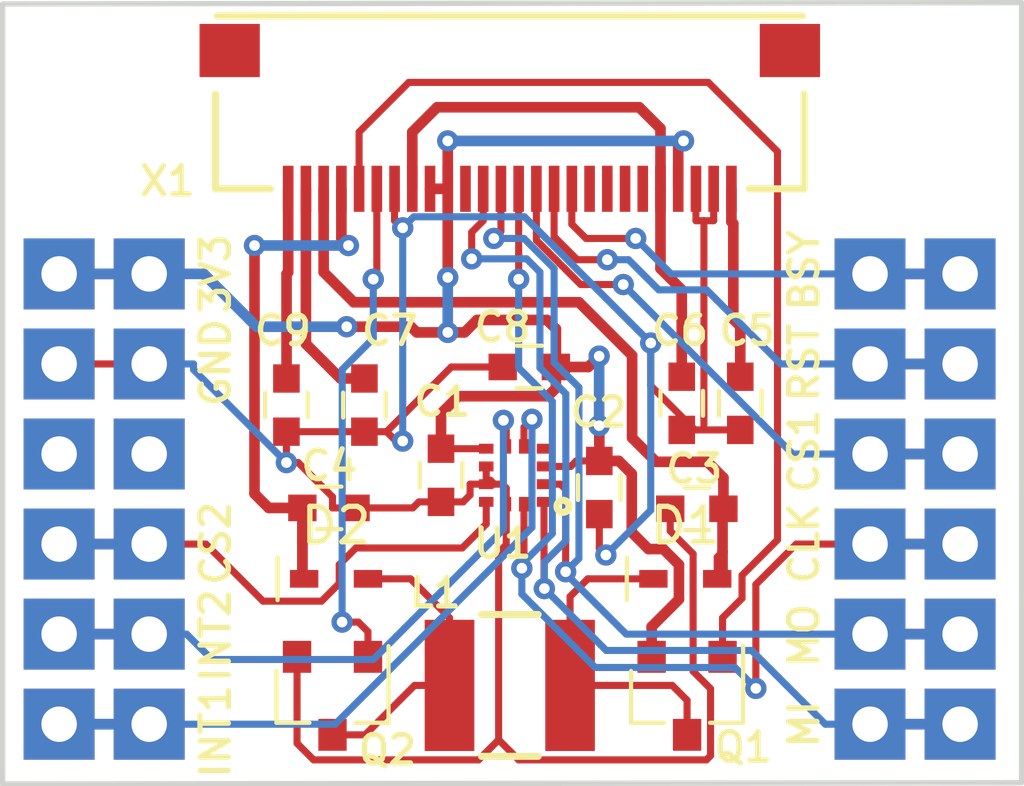
<source format=kicad_pcb>
(kicad_pcb (version 20171130) (host pcbnew "(5.1.12)-1")

  (general
    (thickness 1.6)
    (drawings 15)
    (tracks 326)
    (zones 0)
    (modules 20)
    (nets 30)
  )

  (page A4)
  (layers
    (0 F.Cu signal)
    (31 B.Cu signal)
    (32 B.Adhes user hide)
    (33 F.Adhes user hide)
    (34 B.Paste user hide)
    (35 F.Paste user hide)
    (36 B.SilkS user hide)
    (37 F.SilkS user hide)
    (38 B.Mask user hide)
    (39 F.Mask user hide)
    (40 Dwgs.User user hide)
    (41 Cmts.User user hide)
    (42 Eco1.User user hide)
    (43 Eco2.User user hide)
    (44 Edge.Cuts user)
    (45 Margin user hide)
    (46 B.CrtYd user hide)
    (47 F.CrtYd user hide)
    (48 B.Fab user hide)
    (49 F.Fab user hide)
  )

  (setup
    (last_trace_width 0.2)
    (user_trace_width 0.2)
    (user_trace_width 0.3)
    (trace_clearance 0.15)
    (zone_clearance 0.15)
    (zone_45_only yes)
    (trace_min 0.2)
    (via_size 0.6)
    (via_drill 0.3)
    (via_min_size 0.6)
    (via_min_drill 0.25)
    (user_via 0.6 0.3)
    (uvia_size 0.3)
    (uvia_drill 0.1)
    (uvias_allowed no)
    (uvia_min_size 0.2)
    (uvia_min_drill 0.1)
    (edge_width 0.15)
    (segment_width 0.2)
    (pcb_text_width 0.3)
    (pcb_text_size 1.5 1.5)
    (mod_edge_width 0.15)
    (mod_text_size 0.8 0.8)
    (mod_text_width 0.15)
    (pad_size 1.524 1.524)
    (pad_drill 0.762)
    (pad_to_mask_clearance 0.07)
    (aux_axis_origin 122.7 106.1)
    (grid_origin 122.7 106.1)
    (visible_elements 7FFCFFFF)
    (pcbplotparams
      (layerselection 0x010f8_80000001)
      (usegerberextensions true)
      (usegerberattributes true)
      (usegerberadvancedattributes true)
      (creategerberjobfile true)
      (excludeedgelayer true)
      (linewidth 0.100000)
      (plotframeref false)
      (viasonmask false)
      (mode 1)
      (useauxorigin false)
      (hpglpennumber 1)
      (hpglpenspeed 20)
      (hpglpendiameter 15.000000)
      (psnegative false)
      (psa4output false)
      (plotreference true)
      (plotvalue false)
      (plotinvisibletext false)
      (padsonsilk false)
      (subtractmaskfromsilk false)
      (outputformat 1)
      (mirror false)
      (drillshape 0)
      (scaleselection 1)
      (outputdirectory "Gerbers/"))
  )

  (net 0 "")
  (net 1 +3V3)
  (net 2 GND)
  (net 3 /VGL)
  (net 4 /VGH)
  (net 5 /VSL)
  (net 6 /VSH)
  (net 7 /VDD)
  (net 8 /TPCOM)
  (net 9 "Net-(D1-Pad1)")
  (net 10 "Net-(D2-Pad2)")
  (net 11 /SPI_MOSI)
  (net 12 /SPI_MISO)
  (net 13 /SPI_CLK)
  (net 14 /SPI_CS1)
  (net 15 /~RST)
  (net 16 /~BUSY)
  (net 17 "Net-(P2-Pad3)")
  (net 18 /SPI_CS2)
  (net 19 /INT2)
  (net 20 /INT1)
  (net 21 "Net-(U1-Pad4)")
  (net 22 /GDR_P)
  (net 23 /GDR_N)
  (net 24 "Net-(P4-Pad3)")
  (net 25 "Net-(X1-Pad6)")
  (net 26 "Net-(X1-Pad7)")
  (net 27 "Net-(X1-Pad8)")
  (net 28 "Net-(X1-Pad9)")
  (net 29 "Net-(X1-Pad16)")

  (net_class Default "This is the default net class."
    (clearance 0.15)
    (trace_width 0.2)
    (via_dia 0.6)
    (via_drill 0.3)
    (uvia_dia 0.3)
    (uvia_drill 0.1)
    (add_net +3V3)
    (add_net /GDR_N)
    (add_net /GDR_P)
    (add_net /INT1)
    (add_net /INT2)
    (add_net /SPI_CLK)
    (add_net /SPI_CS1)
    (add_net /SPI_CS2)
    (add_net /SPI_MISO)
    (add_net /SPI_MOSI)
    (add_net /TPCOM)
    (add_net /VDD)
    (add_net /VGH)
    (add_net /VGL)
    (add_net /VSH)
    (add_net /VSL)
    (add_net /~BUSY)
    (add_net /~RST)
    (add_net GND)
    (add_net "Net-(D1-Pad1)")
    (add_net "Net-(D2-Pad2)")
    (add_net "Net-(P2-Pad3)")
    (add_net "Net-(P4-Pad3)")
    (add_net "Net-(U1-Pad4)")
    (add_net "Net-(X1-Pad16)")
    (add_net "Net-(X1-Pad6)")
    (add_net "Net-(X1-Pad7)")
    (add_net "Net-(X1-Pad8)")
    (add_net "Net-(X1-Pad9)")
  )

  (module Capacitors_SMD:C_0603 (layer F.Cu) (tedit 58B40A45) (tstamp 58A44488)
    (at 133.46 97.38 270)
    (descr "Capacitor SMD 0603, reflow soldering, AVX (see smccp.pdf)")
    (tags "capacitor 0603")
    (path /589E042C)
    (attr smd)
    (fp_text reference C1 (at -2.08 -0.04) (layer F.SilkS)
      (effects (font (size 0.8 0.8) (thickness 0.15)))
    )
    (fp_text value 100n (at 0 1.9 270) (layer F.Fab)
      (effects (font (size 1 1) (thickness 0.15)))
    )
    (fp_line (start 0.35 0.6) (end -0.35 0.6) (layer F.SilkS) (width 0.12))
    (fp_line (start -0.35 -0.6) (end 0.35 -0.6) (layer F.SilkS) (width 0.12))
    (fp_line (start 1.45 -0.75) (end 1.45 0.75) (layer F.CrtYd) (width 0.05))
    (fp_line (start -1.45 -0.75) (end -1.45 0.75) (layer F.CrtYd) (width 0.05))
    (fp_line (start -1.45 0.75) (end 1.45 0.75) (layer F.CrtYd) (width 0.05))
    (fp_line (start -1.45 -0.75) (end 1.45 -0.75) (layer F.CrtYd) (width 0.05))
    (fp_line (start -0.8 -0.4) (end 0.8 -0.4) (layer F.Fab) (width 0.1))
    (fp_line (start 0.8 -0.4) (end 0.8 0.4) (layer F.Fab) (width 0.1))
    (fp_line (start 0.8 0.4) (end -0.8 0.4) (layer F.Fab) (width 0.1))
    (fp_line (start -0.8 0.4) (end -0.8 -0.4) (layer F.Fab) (width 0.1))
    (pad 1 smd rect (at -0.75 0 270) (size 0.8 0.75) (layers F.Cu F.Paste F.Mask)
      (net 1 +3V3))
    (pad 2 smd rect (at 0.75 0 270) (size 0.8 0.75) (layers F.Cu F.Paste F.Mask)
      (net 2 GND))
    (model Capacitors_SMD.3dshapes/C_0603.wrl
      (at (xyz 0 0 0))
      (scale (xyz 1 1 1))
      (rotate (xyz 0 0 0))
    )
  )

  (module Capacitors_SMD:C_0603 (layer F.Cu) (tedit 58B40A54) (tstamp 58A44498)
    (at 137.925 97.725 90)
    (descr "Capacitor SMD 0603, reflow soldering, AVX (see smccp.pdf)")
    (tags "capacitor 0603")
    (path /589E02D2)
    (solder_mask_margin 0.07)
    (attr smd)
    (fp_text reference C2 (at 2.125 -0.025 180) (layer F.SilkS)
      (effects (font (size 0.8 0.8) (thickness 0.15)))
    )
    (fp_text value 100n (at 0 1.9 90) (layer F.Fab)
      (effects (font (size 1 1) (thickness 0.15)))
    )
    (fp_line (start 0.35 0.6) (end -0.35 0.6) (layer F.SilkS) (width 0.12))
    (fp_line (start -0.35 -0.6) (end 0.35 -0.6) (layer F.SilkS) (width 0.12))
    (fp_line (start 1.45 -0.75) (end 1.45 0.75) (layer F.CrtYd) (width 0.05))
    (fp_line (start -1.45 -0.75) (end -1.45 0.75) (layer F.CrtYd) (width 0.05))
    (fp_line (start -1.45 0.75) (end 1.45 0.75) (layer F.CrtYd) (width 0.05))
    (fp_line (start -1.45 -0.75) (end 1.45 -0.75) (layer F.CrtYd) (width 0.05))
    (fp_line (start -0.8 -0.4) (end 0.8 -0.4) (layer F.Fab) (width 0.1))
    (fp_line (start 0.8 -0.4) (end 0.8 0.4) (layer F.Fab) (width 0.1))
    (fp_line (start 0.8 0.4) (end -0.8 0.4) (layer F.Fab) (width 0.1))
    (fp_line (start -0.8 0.4) (end -0.8 -0.4) (layer F.Fab) (width 0.1))
    (pad 1 smd rect (at -0.75 0 90) (size 0.8 0.75) (layers F.Cu F.Paste F.Mask)
      (net 2 GND))
    (pad 2 smd rect (at 0.75 0 90) (size 0.8 0.75) (layers F.Cu F.Paste F.Mask)
      (net 1 +3V3))
    (model Capacitors_SMD.3dshapes/C_0603.wrl
      (at (xyz 0 0 0))
      (scale (xyz 1 1 1))
      (rotate (xyz 0 0 0))
    )
  )

  (module Capacitors_SMD:C_0603 (layer F.Cu) (tedit 58C2BB25) (tstamp 58A444A8)
    (at 140.675 98.325 180)
    (descr "Capacitor SMD 0603, reflow soldering, AVX (see smccp.pdf)")
    (tags "capacitor 0603")
    (path /589D9303)
    (attr smd)
    (fp_text reference C3 (at 0.075 1.125 180) (layer F.SilkS)
      (effects (font (size 0.8 0.8) (thickness 0.15)))
    )
    (fp_text value 2µ2 (at 0 1.9 180) (layer F.Fab)
      (effects (font (size 1 1) (thickness 0.15)))
    )
    (fp_line (start 0.35 0.6) (end -0.35 0.6) (layer F.SilkS) (width 0.12))
    (fp_line (start -0.35 -0.6) (end 0.35 -0.6) (layer F.SilkS) (width 0.12))
    (fp_line (start 1.45 -0.75) (end 1.45 0.75) (layer F.CrtYd) (width 0.05))
    (fp_line (start -1.45 -0.75) (end -1.45 0.75) (layer F.CrtYd) (width 0.05))
    (fp_line (start -1.45 0.75) (end 1.45 0.75) (layer F.CrtYd) (width 0.05))
    (fp_line (start -1.45 -0.75) (end 1.45 -0.75) (layer F.CrtYd) (width 0.05))
    (fp_line (start -0.8 -0.4) (end 0.8 -0.4) (layer F.Fab) (width 0.1))
    (fp_line (start 0.8 -0.4) (end 0.8 0.4) (layer F.Fab) (width 0.1))
    (fp_line (start 0.8 0.4) (end -0.8 0.4) (layer F.Fab) (width 0.1))
    (fp_line (start -0.8 0.4) (end -0.8 -0.4) (layer F.Fab) (width 0.1))
    (pad 1 smd rect (at -0.75 0 180) (size 0.8 0.75) (layers F.Cu F.Paste F.Mask)
      (net 3 /VGL))
    (pad 2 smd rect (at 0.75 0 180) (size 0.8 0.75) (layers F.Cu F.Paste F.Mask)
      (net 2 GND))
    (model Capacitors_SMD.3dshapes/C_0603.wrl
      (at (xyz 0 0 0))
      (scale (xyz 1 1 1))
      (rotate (xyz 0 0 0))
    )
  )

  (module Capacitors_SMD:C_0603 (layer F.Cu) (tedit 58C6A1A7) (tstamp 58A444B8)
    (at 130.3 98.3 180)
    (descr "Capacitor SMD 0603, reflow soldering, AVX (see smccp.pdf)")
    (tags "capacitor 0603")
    (path /589DA3B4)
    (solder_mask_margin 0.07)
    (attr smd)
    (fp_text reference C4 (at -0.01 1.19 180) (layer F.SilkS)
      (effects (font (size 0.8 0.8) (thickness 0.15)))
    )
    (fp_text value 2µ2 (at 0 1.9 180) (layer F.Fab)
      (effects (font (size 1 1) (thickness 0.15)))
    )
    (fp_line (start 0.35 0.6) (end -0.35 0.6) (layer F.SilkS) (width 0.12))
    (fp_line (start -0.35 -0.6) (end 0.35 -0.6) (layer F.SilkS) (width 0.12))
    (fp_line (start 1.45 -0.75) (end 1.45 0.75) (layer F.CrtYd) (width 0.05))
    (fp_line (start -1.45 -0.75) (end -1.45 0.75) (layer F.CrtYd) (width 0.05))
    (fp_line (start -1.45 0.75) (end 1.45 0.75) (layer F.CrtYd) (width 0.05))
    (fp_line (start -1.45 -0.75) (end 1.45 -0.75) (layer F.CrtYd) (width 0.05))
    (fp_line (start -0.8 -0.4) (end 0.8 -0.4) (layer F.Fab) (width 0.1))
    (fp_line (start 0.8 -0.4) (end 0.8 0.4) (layer F.Fab) (width 0.1))
    (fp_line (start 0.8 0.4) (end -0.8 0.4) (layer F.Fab) (width 0.1))
    (fp_line (start -0.8 0.4) (end -0.8 -0.4) (layer F.Fab) (width 0.1))
    (pad 1 smd rect (at -0.75 0 180) (size 0.8 0.75) (layers F.Cu F.Paste F.Mask)
      (net 2 GND))
    (pad 2 smd rect (at 0.75 0 180) (size 0.8 0.75) (layers F.Cu F.Paste F.Mask)
      (net 4 /VGH))
    (model Capacitors_SMD.3dshapes/C_0603.wrl
      (at (xyz 0 0 0))
      (scale (xyz 1 1 1))
      (rotate (xyz 0 0 0))
    )
  )

  (module Capacitors_SMD:C_0603 (layer F.Cu) (tedit 58B40A7C) (tstamp 58A444C8)
    (at 141.9 95.35 270)
    (descr "Capacitor SMD 0603, reflow soldering, AVX (see smccp.pdf)")
    (tags "capacitor 0603")
    (path /589D9410)
    (attr smd)
    (fp_text reference C5 (at -2.05 -0.2) (layer F.SilkS)
      (effects (font (size 0.8 0.8) (thickness 0.15)))
    )
    (fp_text value 100n (at 0 1.9 270) (layer F.Fab)
      (effects (font (size 1 1) (thickness 0.15)))
    )
    (fp_line (start 0.35 0.6) (end -0.35 0.6) (layer F.SilkS) (width 0.12))
    (fp_line (start -0.35 -0.6) (end 0.35 -0.6) (layer F.SilkS) (width 0.12))
    (fp_line (start 1.45 -0.75) (end 1.45 0.75) (layer F.CrtYd) (width 0.05))
    (fp_line (start -1.45 -0.75) (end -1.45 0.75) (layer F.CrtYd) (width 0.05))
    (fp_line (start -1.45 0.75) (end 1.45 0.75) (layer F.CrtYd) (width 0.05))
    (fp_line (start -1.45 -0.75) (end 1.45 -0.75) (layer F.CrtYd) (width 0.05))
    (fp_line (start -0.8 -0.4) (end 0.8 -0.4) (layer F.Fab) (width 0.1))
    (fp_line (start 0.8 -0.4) (end 0.8 0.4) (layer F.Fab) (width 0.1))
    (fp_line (start 0.8 0.4) (end -0.8 0.4) (layer F.Fab) (width 0.1))
    (fp_line (start -0.8 0.4) (end -0.8 -0.4) (layer F.Fab) (width 0.1))
    (pad 1 smd rect (at -0.75 0 270) (size 0.8 0.75) (layers F.Cu F.Paste F.Mask)
      (net 8 /TPCOM))
    (pad 2 smd rect (at 0.75 0 270) (size 0.8 0.75) (layers F.Cu F.Paste F.Mask)
      (net 2 GND))
    (model Capacitors_SMD.3dshapes/C_0603.wrl
      (at (xyz 0 0 0))
      (scale (xyz 1 1 1))
      (rotate (xyz 0 0 0))
    )
  )

  (module Capacitors_SMD:C_0603 (layer F.Cu) (tedit 58B40A74) (tstamp 58A444D8)
    (at 140.25 95.35 270)
    (descr "Capacitor SMD 0603, reflow soldering, AVX (see smccp.pdf)")
    (tags "capacitor 0603")
    (path /589D9CAA)
    (solder_mask_margin 0.07)
    (attr smd)
    (fp_text reference C6 (at -2.05 0.05) (layer F.SilkS)
      (effects (font (size 0.8 0.8) (thickness 0.15)))
    )
    (fp_text value 1µ (at 0 1.9 270) (layer F.Fab)
      (effects (font (size 1 1) (thickness 0.15)))
    )
    (fp_line (start 0.35 0.6) (end -0.35 0.6) (layer F.SilkS) (width 0.12))
    (fp_line (start -0.35 -0.6) (end 0.35 -0.6) (layer F.SilkS) (width 0.12))
    (fp_line (start 1.45 -0.75) (end 1.45 0.75) (layer F.CrtYd) (width 0.05))
    (fp_line (start -1.45 -0.75) (end -1.45 0.75) (layer F.CrtYd) (width 0.05))
    (fp_line (start -1.45 0.75) (end 1.45 0.75) (layer F.CrtYd) (width 0.05))
    (fp_line (start -1.45 -0.75) (end 1.45 -0.75) (layer F.CrtYd) (width 0.05))
    (fp_line (start -0.8 -0.4) (end 0.8 -0.4) (layer F.Fab) (width 0.1))
    (fp_line (start 0.8 -0.4) (end 0.8 0.4) (layer F.Fab) (width 0.1))
    (fp_line (start 0.8 0.4) (end -0.8 0.4) (layer F.Fab) (width 0.1))
    (fp_line (start -0.8 0.4) (end -0.8 -0.4) (layer F.Fab) (width 0.1))
    (pad 1 smd rect (at -0.75 0 270) (size 0.8 0.75) (layers F.Cu F.Paste F.Mask)
      (net 7 /VDD))
    (pad 2 smd rect (at 0.75 0 270) (size 0.8 0.75) (layers F.Cu F.Paste F.Mask)
      (net 2 GND))
    (model Capacitors_SMD.3dshapes/C_0603.wrl
      (at (xyz 0 0 0))
      (scale (xyz 1 1 1))
      (rotate (xyz 0 0 0))
    )
  )

  (module Capacitors_SMD:C_0603 (layer F.Cu) (tedit 58C6A19F) (tstamp 58A444E8)
    (at 131.3 95.4 270)
    (descr "Capacitor SMD 0603, reflow soldering, AVX (see smccp.pdf)")
    (tags "capacitor 0603")
    (path /589D9DFE)
    (attr smd)
    (fp_text reference C7 (at -2.1 -0.72 180) (layer F.SilkS)
      (effects (font (size 0.8 0.8) (thickness 0.15)))
    )
    (fp_text value 1µ (at 0 1.9 270) (layer F.Fab)
      (effects (font (size 1 1) (thickness 0.15)))
    )
    (fp_line (start 0.35 0.6) (end -0.35 0.6) (layer F.SilkS) (width 0.12))
    (fp_line (start -0.35 -0.6) (end 0.35 -0.6) (layer F.SilkS) (width 0.12))
    (fp_line (start 1.45 -0.75) (end 1.45 0.75) (layer F.CrtYd) (width 0.05))
    (fp_line (start -1.45 -0.75) (end -1.45 0.75) (layer F.CrtYd) (width 0.05))
    (fp_line (start -1.45 0.75) (end 1.45 0.75) (layer F.CrtYd) (width 0.05))
    (fp_line (start -1.45 -0.75) (end 1.45 -0.75) (layer F.CrtYd) (width 0.05))
    (fp_line (start -0.8 -0.4) (end 0.8 -0.4) (layer F.Fab) (width 0.1))
    (fp_line (start 0.8 -0.4) (end 0.8 0.4) (layer F.Fab) (width 0.1))
    (fp_line (start 0.8 0.4) (end -0.8 0.4) (layer F.Fab) (width 0.1))
    (fp_line (start -0.8 0.4) (end -0.8 -0.4) (layer F.Fab) (width 0.1))
    (pad 1 smd rect (at -0.75 0 270) (size 0.8 0.75) (layers F.Cu F.Paste F.Mask)
      (net 6 /VSH))
    (pad 2 smd rect (at 0.75 0 270) (size 0.8 0.75) (layers F.Cu F.Paste F.Mask)
      (net 2 GND))
    (model Capacitors_SMD.3dshapes/C_0603.wrl
      (at (xyz 0 0 0))
      (scale (xyz 1 1 1))
      (rotate (xyz 0 0 0))
    )
  )

  (module Capacitors_SMD:C_0603 (layer F.Cu) (tedit 58B42438) (tstamp 58A444F8)
    (at 135.95 94.325 180)
    (descr "Capacitor SMD 0603, reflow soldering, AVX (see smccp.pdf)")
    (tags "capacitor 0603")
    (path /589D9F16)
    (solder_mask_margin 0.07)
    (attr smd)
    (fp_text reference C8 (at 0.75 1.125 180) (layer F.SilkS)
      (effects (font (size 0.8 0.8) (thickness 0.15)))
    )
    (fp_text value 1µ (at 0 1.9 180) (layer F.Fab)
      (effects (font (size 1 1) (thickness 0.15)))
    )
    (fp_line (start 0.35 0.6) (end -0.35 0.6) (layer F.SilkS) (width 0.12))
    (fp_line (start -0.35 -0.6) (end 0.35 -0.6) (layer F.SilkS) (width 0.12))
    (fp_line (start 1.45 -0.75) (end 1.45 0.75) (layer F.CrtYd) (width 0.05))
    (fp_line (start -1.45 -0.75) (end -1.45 0.75) (layer F.CrtYd) (width 0.05))
    (fp_line (start -1.45 0.75) (end 1.45 0.75) (layer F.CrtYd) (width 0.05))
    (fp_line (start -1.45 -0.75) (end 1.45 -0.75) (layer F.CrtYd) (width 0.05))
    (fp_line (start -0.8 -0.4) (end 0.8 -0.4) (layer F.Fab) (width 0.1))
    (fp_line (start 0.8 -0.4) (end 0.8 0.4) (layer F.Fab) (width 0.1))
    (fp_line (start 0.8 0.4) (end -0.8 0.4) (layer F.Fab) (width 0.1))
    (fp_line (start -0.8 0.4) (end -0.8 -0.4) (layer F.Fab) (width 0.1))
    (pad 1 smd rect (at -0.75 0 180) (size 0.8 0.75) (layers F.Cu F.Paste F.Mask)
      (net 1 +3V3))
    (pad 2 smd rect (at 0.75 0 180) (size 0.8 0.75) (layers F.Cu F.Paste F.Mask)
      (net 2 GND))
    (model Capacitors_SMD.3dshapes/C_0603.wrl
      (at (xyz 0 0 0))
      (scale (xyz 1 1 1))
      (rotate (xyz 0 0 0))
    )
  )

  (module Capacitors_SMD:C_0603 (layer F.Cu) (tedit 58B40A9C) (tstamp 58A44508)
    (at 129.1 95.4 270)
    (descr "Capacitor SMD 0603, reflow soldering, AVX (see smccp.pdf)")
    (tags "capacitor 0603")
    (path /589D9F41)
    (solder_mask_margin 0.07)
    (attr smd)
    (fp_text reference C9 (at -2.1 0.1) (layer F.SilkS)
      (effects (font (size 0.8 0.8) (thickness 0.15)))
    )
    (fp_text value 1µ (at 0 1.9 270) (layer F.Fab)
      (effects (font (size 1 1) (thickness 0.15)))
    )
    (fp_line (start 0.35 0.6) (end -0.35 0.6) (layer F.SilkS) (width 0.12))
    (fp_line (start -0.35 -0.6) (end 0.35 -0.6) (layer F.SilkS) (width 0.12))
    (fp_line (start 1.45 -0.75) (end 1.45 0.75) (layer F.CrtYd) (width 0.05))
    (fp_line (start -1.45 -0.75) (end -1.45 0.75) (layer F.CrtYd) (width 0.05))
    (fp_line (start -1.45 0.75) (end 1.45 0.75) (layer F.CrtYd) (width 0.05))
    (fp_line (start -1.45 -0.75) (end 1.45 -0.75) (layer F.CrtYd) (width 0.05))
    (fp_line (start -0.8 -0.4) (end 0.8 -0.4) (layer F.Fab) (width 0.1))
    (fp_line (start 0.8 -0.4) (end 0.8 0.4) (layer F.Fab) (width 0.1))
    (fp_line (start 0.8 0.4) (end -0.8 0.4) (layer F.Fab) (width 0.1))
    (fp_line (start -0.8 0.4) (end -0.8 -0.4) (layer F.Fab) (width 0.1))
    (pad 1 smd rect (at -0.75 0 270) (size 0.8 0.75) (layers F.Cu F.Paste F.Mask)
      (net 5 /VSL))
    (pad 2 smd rect (at 0.75 0 270) (size 0.8 0.75) (layers F.Cu F.Paste F.Mask)
      (net 2 GND))
    (model Capacitors_SMD.3dshapes/C_0603.wrl
      (at (xyz 0 0 0))
      (scale (xyz 1 1 1))
      (rotate (xyz 0 0 0))
    )
  )

  (module Paperino:XF2M-2615-1A locked (layer F.Cu) (tedit 58A6E950) (tstamp 58A445AB)
    (at 135.4 89.3 180)
    (path /589D8868)
    (solder_mask_margin 0.07)
    (fp_text reference X1 (at 9.652 0.218 180) (layer F.SilkS)
      (effects (font (size 0.8 0.8) (thickness 0.15)))
    )
    (fp_text value XF2M-2615-1A (at 21.4 -0.7 180) (layer F.Fab)
      (effects (font (size 1.2 1.2) (thickness 0.15)))
    )
    (fp_line (start -6.75 0) (end -8.3 0) (layer F.SilkS) (width 0.2))
    (fp_line (start -8.3 0) (end -8.3 2.675) (layer F.SilkS) (width 0.2))
    (fp_line (start 6.75 0) (end 8.3 0) (layer F.SilkS) (width 0.2))
    (fp_line (start 8.3 0) (end 8.3 2.675) (layer F.SilkS) (width 0.2))
    (fp_line (start -8.25 4.875) (end 8.25 4.875) (layer F.SilkS) (width 0.2))
    (pad 1 smd rect (at -6.25 0 180) (size 0.3 1.3) (layers F.Cu F.Paste F.Mask)
      (net 8 /TPCOM))
    (pad 2 smd rect (at -5.75 0 180) (size 0.3 1.3) (layers F.Cu F.Paste F.Mask)
      (net 2 GND))
    (pad 3 smd rect (at -5.25 0 180) (size 0.3 1.3) (layers F.Cu F.Paste F.Mask)
      (net 2 GND))
    (pad 4 smd rect (at -4.75 0 180) (size 0.3 1.3) (layers F.Cu F.Paste F.Mask)
      (net 1 +3V3))
    (pad 5 smd rect (at -4.25 0 180) (size 0.3 1.3) (layers F.Cu F.Paste F.Mask)
      (net 7 /VDD))
    (pad 6 smd rect (at -3.75 0 180) (size 0.3 1.3) (layers F.Cu F.Paste F.Mask)
      (net 25 "Net-(X1-Pad6)"))
    (pad 7 smd rect (at -3.25 0 180) (size 0.3 1.3) (layers F.Cu F.Paste F.Mask)
      (net 26 "Net-(X1-Pad7)"))
    (pad 8 smd rect (at -2.75 0 180) (size 0.3 1.3) (layers F.Cu F.Paste F.Mask)
      (net 27 "Net-(X1-Pad8)"))
    (pad 9 smd rect (at -2.25 0 180) (size 0.3 1.3) (layers F.Cu F.Paste F.Mask)
      (net 28 "Net-(X1-Pad9)"))
    (pad 10 smd rect (at -1.75 0 180) (size 0.3 1.3) (layers F.Cu F.Paste F.Mask)
      (net 16 /~BUSY))
    (pad 11 smd rect (at -1.25 0 180) (size 0.3 1.3) (layers F.Cu F.Paste F.Mask)
      (net 15 /~RST))
    (pad 12 smd rect (at -0.75 0 180) (size 0.3 1.3) (layers F.Cu F.Paste F.Mask)
      (net 14 /SPI_CS1))
    (pad 13 smd rect (at -0.25 0 180) (size 0.3 1.3) (layers F.Cu F.Paste F.Mask)
      (net 13 /SPI_CLK))
    (pad 14 smd rect (at 0.25 0 180) (size 0.3 1.3) (layers F.Cu F.Paste F.Mask)
      (net 11 /SPI_MOSI))
    (pad 15 smd rect (at 0.75 0 180) (size 0.3 1.3) (layers F.Cu F.Paste F.Mask)
      (net 12 /SPI_MISO))
    (pad 16 smd rect (at 1.25 0 180) (size 0.3 1.3) (layers F.Cu F.Paste F.Mask)
      (net 29 "Net-(X1-Pad16)"))
    (pad 17 smd rect (at 1.75 0 180) (size 0.3 1.3) (layers F.Cu F.Paste F.Mask)
      (net 1 +3V3))
    (pad 18 smd rect (at 2.25 0 180) (size 0.3 1.3) (layers F.Cu F.Paste F.Mask)
      (net 1 +3V3))
    (pad 19 smd rect (at 2.75 0 180) (size 0.3 1.3) (layers F.Cu F.Paste F.Mask)
      (net 7 /VDD))
    (pad 20 smd rect (at 3.25 0 180) (size 0.3 1.3) (layers F.Cu F.Paste F.Mask)
      (net 2 GND))
    (pad 21 smd rect (at 3.75 0 180) (size 0.3 1.3) (layers F.Cu F.Paste F.Mask)
      (net 23 /GDR_N))
    (pad 22 smd rect (at 4.25 0 180) (size 0.3 1.3) (layers F.Cu F.Paste F.Mask)
      (net 22 /GDR_P))
    (pad 23 smd rect (at 4.75 0 180) (size 0.3 1.3) (layers F.Cu F.Paste F.Mask)
      (net 4 /VGH))
    (pad 24 smd rect (at 5.25 0 180) (size 0.3 1.3) (layers F.Cu F.Paste F.Mask)
      (net 3 /VGL))
    (pad 25 smd rect (at 5.75 0 180) (size 0.3 1.3) (layers F.Cu F.Paste F.Mask)
      (net 6 /VSH))
    (pad 26 smd rect (at 6.25 0 180) (size 0.3 1.3) (layers F.Cu F.Paste F.Mask)
      (net 5 /VSL))
    (pad 0 smd rect (at -7.9 3.9 180) (size 1.7 1.5) (layers F.Cu F.Paste F.Mask))
    (pad 0 smd rect (at 7.9 3.9 180) (size 1.7 1.5) (layers F.Cu F.Paste F.Mask))
  )

  (module Paperino:LGA-12-2x2x0.95 (layer F.Cu) (tedit 58B4243F) (tstamp 58A44586)
    (at 135.55 97.38 180)
    (path /589DFD89)
    (solder_mask_margin 0.07)
    (fp_text reference U1 (at 0.35 -1.92 180) (layer F.SilkS)
      (effects (font (size 0.8 0.8) (thickness 0.15)))
    )
    (fp_text value BMA250E (at 0.175 2.25 180) (layer F.Fab)
      (effects (font (size 1 1) (thickness 0.15)))
    )
    (fp_circle (center -1.35 -0.875) (end -1.3 -0.925) (layer F.SilkS) (width 0.2))
    (fp_line (start -1.25 1.25) (end -1.25 -1.25) (layer F.CrtYd) (width 0.05))
    (fp_line (start 1.25 1.25) (end -1.25 1.25) (layer F.CrtYd) (width 0.05))
    (fp_line (start 1.25 -1.25) (end 1.25 1.25) (layer F.CrtYd) (width 0.05))
    (fp_line (start -1.25 -1.25) (end 1.25 -1.25) (layer F.CrtYd) (width 0.05))
    (pad 6 smd rect (at 0.25 0.815 270) (size 0.41 0.28) (layers F.Cu F.Paste F.Mask)
      (net 19 /INT2))
    (pad 1 smd rect (at -0.815 -0.75 180) (size 0.41 0.28) (layers F.Cu F.Paste F.Mask)
      (net 12 /SPI_MISO))
    (pad 2 smd rect (at -0.815 -0.25 180) (size 0.41 0.28) (layers F.Cu F.Paste F.Mask)
      (net 11 /SPI_MOSI))
    (pad 3 smd rect (at -0.815 0.25 180) (size 0.41 0.28) (layers F.Cu F.Paste F.Mask)
      (net 1 +3V3))
    (pad 4 smd rect (at -0.815 0.75 180) (size 0.41 0.28) (layers F.Cu F.Paste F.Mask)
      (net 21 "Net-(U1-Pad4)"))
    (pad 7 smd rect (at 0.815 0.75 180) (size 0.41 0.28) (layers F.Cu F.Paste F.Mask)
      (net 1 +3V3))
    (pad 8 smd rect (at 0.815 0.25 180) (size 0.41 0.28) (layers F.Cu F.Paste F.Mask)
      (net 2 GND))
    (pad 9 smd rect (at 0.815 -0.25 180) (size 0.41 0.28) (layers F.Cu F.Paste F.Mask)
      (net 2 GND))
    (pad 10 smd rect (at 0.815 -0.75 180) (size 0.41 0.28) (layers F.Cu F.Paste F.Mask)
      (net 18 /SPI_CS2))
    (pad 5 smd rect (at -0.25 0.815 270) (size 0.41 0.28) (layers F.Cu F.Paste F.Mask)
      (net 20 /INT1))
    (pad 11 smd rect (at 0.25 -0.815 270) (size 0.41 0.28) (layers F.Cu F.Paste F.Mask)
      (net 2 GND))
    (pad 12 smd rect (at -0.25 -0.815 270) (size 0.41 0.28) (layers F.Cu F.Paste F.Mask)
      (net 13 /SPI_CLK))
  )

  (module Paperino:NR4018T470M (layer F.Cu) (tedit 58B42441) (tstamp 58A4453E)
    (at 135.4 103.306 180)
    (path /589DD1F6)
    (solder_mask_margin 0.07)
    (fp_text reference L1 (at 2.1 2.606 180) (layer F.SilkS)
      (effects (font (size 0.8 0.8) (thickness 0.15)))
    )
    (fp_text value 47µ (at 0 3.4 180) (layer F.Fab)
      (effects (font (size 1 1) (thickness 0.15)))
    )
    (fp_line (start -0.8 -2) (end 0.8 -2) (layer F.SilkS) (width 0.2))
    (fp_line (start -0.8 2) (end 0.8 2) (layer F.SilkS) (width 0.2))
    (fp_line (start -2.9 2.35) (end 2.9 2.35) (layer F.CrtYd) (width 0.05))
    (fp_line (start -2.9 -2.35) (end 2.9 -2.35) (layer F.CrtYd) (width 0.05))
    (fp_line (start 2.9 2.35) (end 2.9 -2.35) (layer F.CrtYd) (width 0.05))
    (fp_line (start -2.9 2.35) (end -2.9 -2.35) (layer F.CrtYd) (width 0.05))
    (pad 1 smd rect (at -1.7 0 180) (size 1.4 3.7) (layers F.Cu F.Paste F.Mask)
      (net 9 "Net-(D1-Pad1)"))
    (pad 2 smd rect (at 1.7 0 180) (size 1.4 3.7) (layers F.Cu F.Paste F.Mask)
      (net 10 "Net-(D2-Pad2)"))
  )

  (module Paperino:1x6_header (layer F.Cu) (tedit 58A6E960) (tstamp 58A44552)
    (at 125.23 91.7)
    (path /589E7A45)
    (solder_mask_margin 0.07)
    (fp_text reference P2 (at 0.01 15.67) (layer F.SilkS) hide
      (effects (font (size 0.8 0.8) (thickness 0.15)))
    )
    (fp_text value CONN_01X06 (at 0 15.24) (layer F.Fab)
      (effects (font (size 1 1) (thickness 0.15)))
    )
    (fp_line (start 1.5 14.35) (end -1.5 14.35) (layer F.CrtYd) (width 0.05))
    (fp_line (start 1.5 -1.65) (end -1.5 -1.65) (layer F.CrtYd) (width 0.05))
    (fp_line (start 1.5 14.35) (end 1.5 -1.65) (layer F.CrtYd) (width 0.05))
    (fp_line (start -1.5 14.35) (end -1.5 -1.65) (layer F.CrtYd) (width 0.05))
    (pad 1 thru_hole rect (at 0 0) (size 2 2) (drill 1) (layers *.Cu *.Mask)
      (net 1 +3V3))
    (pad 2 thru_hole rect (at 0 2.54) (size 2 2) (drill 1) (layers *.Cu *.Mask)
      (net 2 GND))
    (pad 3 thru_hole rect (at 0 5.08) (size 2 2) (drill 1) (layers *.Cu *.Mask)
      (net 17 "Net-(P2-Pad3)"))
    (pad 4 thru_hole rect (at 0 7.62) (size 2 2) (drill 1) (layers *.Cu *.Mask)
      (net 18 /SPI_CS2))
    (pad 5 thru_hole rect (at 0 10.16) (size 2 2) (drill 1) (layers *.Cu *.Mask)
      (net 19 /INT2))
    (pad 6 thru_hole rect (at 0 12.7) (size 2 2) (drill 1) (layers *.Cu *.Mask)
      (net 20 /INT1))
  )

  (module Paperino:1x6_header (layer F.Cu) (tedit 58A6E982) (tstamp 58A44548)
    (at 145.56 104.4 180)
    (path /589E79B9)
    (solder_mask_margin 0.07)
    (fp_text reference P1 (at 0 -2.97 180) (layer F.SilkS) hide
      (effects (font (size 0.8 0.8) (thickness 0.15)))
    )
    (fp_text value CONN_01X06 (at 0 -2.716 180) (layer F.Fab)
      (effects (font (size 1 1) (thickness 0.15)))
    )
    (fp_line (start 1.5 14.35) (end -1.5 14.35) (layer F.CrtYd) (width 0.05))
    (fp_line (start 1.5 -1.65) (end -1.5 -1.65) (layer F.CrtYd) (width 0.05))
    (fp_line (start 1.5 14.35) (end 1.5 -1.65) (layer F.CrtYd) (width 0.05))
    (fp_line (start -1.5 14.35) (end -1.5 -1.65) (layer F.CrtYd) (width 0.05))
    (pad 1 thru_hole rect (at 0 0 180) (size 2 2) (drill 1) (layers *.Cu *.Mask)
      (net 12 /SPI_MISO))
    (pad 2 thru_hole rect (at 0 2.54 180) (size 2 2) (drill 1) (layers *.Cu *.Mask)
      (net 11 /SPI_MOSI))
    (pad 3 thru_hole rect (at 0 5.08 180) (size 2 2) (drill 1) (layers *.Cu *.Mask)
      (net 13 /SPI_CLK))
    (pad 4 thru_hole rect (at 0 7.62 180) (size 2 2) (drill 1) (layers *.Cu *.Mask)
      (net 14 /SPI_CS1))
    (pad 5 thru_hole rect (at 0 10.16 180) (size 2 2) (drill 1) (layers *.Cu *.Mask)
      (net 15 /~RST))
    (pad 6 thru_hole rect (at 0 12.7 180) (size 2 2) (drill 1) (layers *.Cu *.Mask)
      (net 16 /~BUSY))
  )

  (module Paperino:1x6_header (layer F.Cu) (tedit 58A6E985) (tstamp 58A6E930)
    (at 148.1 104.4 180)
    (path /58A6EC07)
    (fp_text reference P3 (at 0 -2.54 180) (layer F.SilkS) hide
      (effects (font (size 0.8 0.8) (thickness 0.15)))
    )
    (fp_text value CONN_01X06 (at 2.1 -2.6 180) (layer F.Fab)
      (effects (font (size 1 1) (thickness 0.15)))
    )
    (fp_line (start 1.5 14.35) (end -1.5 14.35) (layer F.CrtYd) (width 0.05))
    (fp_line (start 1.5 -1.65) (end -1.5 -1.65) (layer F.CrtYd) (width 0.05))
    (fp_line (start 1.5 14.35) (end 1.5 -1.65) (layer F.CrtYd) (width 0.05))
    (fp_line (start -1.5 14.35) (end -1.5 -1.65) (layer F.CrtYd) (width 0.05))
    (pad 1 thru_hole rect (at 0 0 180) (size 2 2) (drill 1) (layers *.Cu *.Mask)
      (net 12 /SPI_MISO))
    (pad 2 thru_hole rect (at 0 2.54 180) (size 2 2) (drill 1) (layers *.Cu *.Mask)
      (net 11 /SPI_MOSI))
    (pad 3 thru_hole rect (at 0 5.08 180) (size 2 2) (drill 1) (layers *.Cu *.Mask)
      (net 13 /SPI_CLK))
    (pad 4 thru_hole rect (at 0 7.62 180) (size 2 2) (drill 1) (layers *.Cu *.Mask)
      (net 14 /SPI_CS1))
    (pad 5 thru_hole rect (at 0 10.16 180) (size 2 2) (drill 1) (layers *.Cu *.Mask)
      (net 15 /~RST))
    (pad 6 thru_hole rect (at 0 12.7 180) (size 2 2) (drill 1) (layers *.Cu *.Mask)
      (net 16 /~BUSY))
  )

  (module Paperino:1x6_header (layer F.Cu) (tedit 58A6E964) (tstamp 58A6E93E)
    (at 122.69 91.7)
    (path /58A6EEF6)
    (fp_text reference P4 (at -1.69 15.3) (layer F.SilkS) hide
      (effects (font (size 0.8 0.8) (thickness 0.15)))
    )
    (fp_text value CONN_01X06 (at 0 15.24) (layer F.Fab) hide
      (effects (font (size 1 1) (thickness 0.15)))
    )
    (fp_line (start 1.5 14.35) (end -1.5 14.35) (layer F.CrtYd) (width 0.05))
    (fp_line (start 1.5 -1.65) (end -1.5 -1.65) (layer F.CrtYd) (width 0.05))
    (fp_line (start 1.5 14.35) (end 1.5 -1.65) (layer F.CrtYd) (width 0.05))
    (fp_line (start -1.5 14.35) (end -1.5 -1.65) (layer F.CrtYd) (width 0.05))
    (pad 1 thru_hole rect (at 0 0) (size 2 2) (drill 1) (layers *.Cu *.Mask)
      (net 1 +3V3))
    (pad 2 thru_hole rect (at 0 2.54) (size 2 2) (drill 1) (layers *.Cu *.Mask)
      (net 2 GND))
    (pad 3 thru_hole rect (at 0 5.08) (size 2 2) (drill 1) (layers *.Cu *.Mask)
      (net 24 "Net-(P4-Pad3)"))
    (pad 4 thru_hole rect (at 0 7.62) (size 2 2) (drill 1) (layers *.Cu *.Mask)
      (net 18 /SPI_CS2))
    (pad 5 thru_hole rect (at 0 10.16) (size 2 2) (drill 1) (layers *.Cu *.Mask)
      (net 19 /INT2))
    (pad 6 thru_hole rect (at 0 12.7) (size 2 2) (drill 1) (layers *.Cu *.Mask)
      (net 20 /INT1))
  )

  (module Paperino:SOT-23 (layer F.Cu) (tedit 58C6A15F) (tstamp 58C69DB8)
    (at 140.4 103.6 270)
    (descr "SOT-23, Standard")
    (tags SOT-23)
    (path /589DE096)
    (attr smd)
    (fp_text reference Q1 (at 1.45 -1.58) (layer F.SilkS)
      (effects (font (size 0.8 0.8) (thickness 0.15)))
    )
    (fp_text value PMOS (at 0 2.5 270) (layer F.Fab)
      (effects (font (size 1 1) (thickness 0.15)))
    )
    (fp_line (start 0.76 1.58) (end -0.7 1.58) (layer F.SilkS) (width 0.12))
    (fp_line (start 0.76 -1.58) (end -1.4 -1.58) (layer F.SilkS) (width 0.12))
    (fp_line (start -1.7 1.75) (end -1.7 -1.75) (layer F.CrtYd) (width 0.05))
    (fp_line (start 1.7 1.75) (end -1.7 1.75) (layer F.CrtYd) (width 0.05))
    (fp_line (start 1.7 -1.75) (end 1.7 1.75) (layer F.CrtYd) (width 0.05))
    (fp_line (start -1.7 -1.75) (end 1.7 -1.75) (layer F.CrtYd) (width 0.05))
    (fp_line (start 0.76 -1.58) (end 0.76 -0.65) (layer F.SilkS) (width 0.12))
    (fp_line (start 0.76 1.58) (end 0.76 0.65) (layer F.SilkS) (width 0.12))
    (fp_line (start -0.7 1.52) (end 0.7 1.52) (layer F.Fab) (width 0.1))
    (fp_line (start 0.7 -1.52) (end 0.7 1.52) (layer F.Fab) (width 0.1))
    (fp_line (start -0.7 -0.95) (end -0.15 -1.52) (layer F.Fab) (width 0.1))
    (fp_line (start -0.15 -1.52) (end 0.7 -1.52) (layer F.Fab) (width 0.1))
    (fp_line (start -0.7 -0.95) (end -0.7 1.5) (layer F.Fab) (width 0.1))
    (pad 1 smd rect (at -1.1 -1 270) (size 0.9 0.8) (layers F.Cu F.Paste F.Mask)
      (net 22 /GDR_P))
    (pad 2 smd rect (at -1.1 1 270) (size 0.9 0.8) (layers F.Cu F.Paste F.Mask)
      (net 1 +3V3))
    (pad 3 smd rect (at 1.1 0 270) (size 0.9 0.8) (layers F.Cu F.Paste F.Mask)
      (net 9 "Net-(D1-Pad1)"))
    (model TO_SOT_Packages_SMD.3dshapes/SOT-23.wrl
      (at (xyz 0 0 0))
      (scale (xyz 1 1 1))
      (rotate (xyz 0 0 90))
    )
  )

  (module Paperino:SOT-23 (layer F.Cu) (tedit 58C6A2EF) (tstamp 58C69DBE)
    (at 130.4 103.6 270)
    (descr "SOT-23, Standard")
    (tags SOT-23)
    (path /589DD9DD)
    (attr smd)
    (fp_text reference Q2 (at 1.53 -1.55 180) (layer F.SilkS)
      (effects (font (size 0.8 0.8) (thickness 0.15)))
    )
    (fp_text value NMOS (at 0 2.5 270) (layer F.Fab)
      (effects (font (size 1 1) (thickness 0.15)))
    )
    (fp_line (start 0.76 1.58) (end -0.7 1.58) (layer F.SilkS) (width 0.12))
    (fp_line (start 0.76 -1.58) (end -1.4 -1.58) (layer F.SilkS) (width 0.12))
    (fp_line (start -1.7 1.75) (end -1.7 -1.75) (layer F.CrtYd) (width 0.05))
    (fp_line (start 1.7 1.75) (end -1.7 1.75) (layer F.CrtYd) (width 0.05))
    (fp_line (start 1.7 -1.75) (end 1.7 1.75) (layer F.CrtYd) (width 0.05))
    (fp_line (start -1.7 -1.75) (end 1.7 -1.75) (layer F.CrtYd) (width 0.05))
    (fp_line (start 0.76 -1.58) (end 0.76 -0.65) (layer F.SilkS) (width 0.12))
    (fp_line (start 0.76 1.58) (end 0.76 0.65) (layer F.SilkS) (width 0.12))
    (fp_line (start -0.7 1.52) (end 0.7 1.52) (layer F.Fab) (width 0.1))
    (fp_line (start 0.7 -1.52) (end 0.7 1.52) (layer F.Fab) (width 0.1))
    (fp_line (start -0.7 -0.95) (end -0.15 -1.52) (layer F.Fab) (width 0.1))
    (fp_line (start -0.15 -1.52) (end 0.7 -1.52) (layer F.Fab) (width 0.1))
    (fp_line (start -0.7 -0.95) (end -0.7 1.5) (layer F.Fab) (width 0.1))
    (pad 1 smd rect (at -1.1 -1 270) (size 0.9 0.8) (layers F.Cu F.Paste F.Mask)
      (net 23 /GDR_N))
    (pad 2 smd rect (at -1.1 1 270) (size 0.9 0.8) (layers F.Cu F.Paste F.Mask)
      (net 2 GND))
    (pad 3 smd rect (at 1.1 0 270) (size 0.9 0.8) (layers F.Cu F.Paste F.Mask)
      (net 10 "Net-(D2-Pad2)"))
    (model TO_SOT_Packages_SMD.3dshapes/SOT-23.wrl
      (at (xyz 0 0 0))
      (scale (xyz 1 1 1))
      (rotate (xyz 0 0 90))
    )
  )

  (module Paperino:SOD-523F (layer F.Cu) (tedit 58F9AFB0) (tstamp 58C69DAE)
    (at 140.35 100.3)
    (descr "http://www.diodes.com/datasheets/ap02001.pdf p.144")
    (tags "Diode SOD523")
    (path /589E17FC)
    (attr smd)
    (fp_text reference D1 (at 0 -1.5) (layer F.SilkS)
      (effects (font (size 1 1) (thickness 0.15)))
    )
    (fp_text value 30V (at 0 1.7) (layer F.Fab) hide
      (effects (font (size 1 1) (thickness 0.15)))
    )
    (fp_line (start 0.6 0.45) (end -0.6 0.45) (layer F.Fab) (width 0.1))
    (fp_line (start -0.6 0.45) (end -0.6 -0.45) (layer F.Fab) (width 0.1))
    (fp_line (start -0.6 -0.45) (end 0.6 -0.45) (layer F.Fab) (width 0.1))
    (fp_line (start 0.6 -0.45) (end 0.6 0.45) (layer F.Fab) (width 0.1))
    (fp_line (start -0.2 0.2) (end -0.2 -0.2) (layer F.Fab) (width 0.1))
    (fp_line (start -0.2 0) (end -0.35 0) (layer F.Fab) (width 0.1))
    (fp_line (start -0.2 0) (end 0.1 0.2) (layer F.Fab) (width 0.1))
    (fp_line (start 0.1 0.2) (end 0.1 -0.2) (layer F.Fab) (width 0.1))
    (fp_line (start 0.1 -0.2) (end -0.2 0) (layer F.Fab) (width 0.1))
    (fp_line (start 0.1 0) (end 0.25 0) (layer F.Fab) (width 0.1))
    (fp_line (start 1.55 0.6) (end -1.55 0.6) (layer F.CrtYd) (width 0.05))
    (fp_line (start -1.55 0.6) (end -1.55 -0.6) (layer F.CrtYd) (width 0.05))
    (fp_line (start -1.55 -0.6) (end 1.55 -0.6) (layer F.CrtYd) (width 0.05))
    (fp_line (start 1.55 -0.6) (end 1.55 0.6) (layer F.CrtYd) (width 0.05))
    (fp_line (start -1.65 -0.6) (end -1.65 0.6) (layer F.SilkS) (width 0.12))
    (pad 2 smd rect (at 0.9 0 180) (size 0.8 0.5) (layers F.Cu F.Paste F.Mask)
      (net 3 /VGL))
    (pad 1 smd rect (at -0.9 0 180) (size 0.8 0.5) (layers F.Cu F.Paste F.Mask)
      (net 9 "Net-(D1-Pad1)"))
  )

  (module Paperino:SOD-523F (layer F.Cu) (tedit 58F9AFB0) (tstamp 58C69DB3)
    (at 130.5 100.3)
    (descr "http://www.diodes.com/datasheets/ap02001.pdf p.144")
    (tags "Diode SOD523")
    (path /589E1A21)
    (attr smd)
    (fp_text reference D2 (at 0 -1.5) (layer F.SilkS)
      (effects (font (size 1 1) (thickness 0.15)))
    )
    (fp_text value 30V (at 0 1.7) (layer F.Fab) hide
      (effects (font (size 1 1) (thickness 0.15)))
    )
    (fp_line (start 0.6 0.45) (end -0.6 0.45) (layer F.Fab) (width 0.1))
    (fp_line (start -0.6 0.45) (end -0.6 -0.45) (layer F.Fab) (width 0.1))
    (fp_line (start -0.6 -0.45) (end 0.6 -0.45) (layer F.Fab) (width 0.1))
    (fp_line (start 0.6 -0.45) (end 0.6 0.45) (layer F.Fab) (width 0.1))
    (fp_line (start -0.2 0.2) (end -0.2 -0.2) (layer F.Fab) (width 0.1))
    (fp_line (start -0.2 0) (end -0.35 0) (layer F.Fab) (width 0.1))
    (fp_line (start -0.2 0) (end 0.1 0.2) (layer F.Fab) (width 0.1))
    (fp_line (start 0.1 0.2) (end 0.1 -0.2) (layer F.Fab) (width 0.1))
    (fp_line (start 0.1 -0.2) (end -0.2 0) (layer F.Fab) (width 0.1))
    (fp_line (start 0.1 0) (end 0.25 0) (layer F.Fab) (width 0.1))
    (fp_line (start 1.55 0.6) (end -1.55 0.6) (layer F.CrtYd) (width 0.05))
    (fp_line (start -1.55 0.6) (end -1.55 -0.6) (layer F.CrtYd) (width 0.05))
    (fp_line (start -1.55 -0.6) (end 1.55 -0.6) (layer F.CrtYd) (width 0.05))
    (fp_line (start 1.55 -0.6) (end 1.55 0.6) (layer F.CrtYd) (width 0.05))
    (fp_line (start -1.65 -0.6) (end -1.65 0.6) (layer F.SilkS) (width 0.12))
    (pad 2 smd rect (at 0.9 0 180) (size 0.8 0.5) (layers F.Cu F.Paste F.Mask)
      (net 10 "Net-(D2-Pad2)"))
    (pad 1 smd rect (at -0.9 0 180) (size 0.8 0.5) (layers F.Cu F.Paste F.Mask)
      (net 4 /VGH))
  )

  (gr_text BSY (at 143.7 91.6 90) (layer F.SilkS)
    (effects (font (size 0.8 0.8) (thickness 0.15)))
  )
  (gr_text RST (at 143.7 94.2 90) (layer F.SilkS)
    (effects (font (size 0.8 0.8) (thickness 0.15)))
  )
  (gr_text CS1 (at 143.7 96.7 90) (layer F.SilkS)
    (effects (font (size 0.8 0.8) (thickness 0.15)))
  )
  (gr_text CLK (at 143.7 99.3 90) (layer F.SilkS)
    (effects (font (size 0.8 0.8) (thickness 0.15)))
  )
  (gr_text MO (at 143.7 101.9 90) (layer F.SilkS)
    (effects (font (size 0.8 0.8) (thickness 0.15)))
  )
  (gr_text MI (at 143.7 104.4 90) (layer F.SilkS)
    (effects (font (size 0.8 0.8) (thickness 0.15)))
  )
  (gr_text INT1 (at 127.1 104.6 90) (layer F.SilkS)
    (effects (font (size 0.8 0.8) (thickness 0.15)))
  )
  (gr_text INT2 (at 127.1 101.9 90) (layer F.SilkS)
    (effects (font (size 0.8 0.8) (thickness 0.15)))
  )
  (gr_text CS2 (at 127.1 99.3 90) (layer F.SilkS)
    (effects (font (size 0.8 0.8) (thickness 0.15)))
  )
  (gr_text GND (at 127.1 94.2 90) (layer F.SilkS)
    (effects (font (size 0.8 0.8) (thickness 0.15)))
  )
  (gr_text 3V3 (at 127.1 91.7 90) (layer F.SilkS)
    (effects (font (size 0.8 0.8) (thickness 0.15)))
  )
  (gr_line (start 149.83482 106.05026) (end 121.09726 106.08582) (angle 90) (layer Edge.Cuts) (width 0.15))
  (gr_line (start 149.83482 84.05026) (end 149.83482 106.05026) (angle 90) (layer Edge.Cuts) (width 0.15))
  (gr_line (start 121.09726 84.08582) (end 149.83482 84.05026) (angle 90) (layer Edge.Cuts) (width 0.15))
  (gr_line (start 121.09726 106.08582) (end 121.09726 84.08582) (angle 90) (layer Edge.Cuts) (width 0.15))

  (via (at 138.11018 99.62808) (size 0.6) (drill 0.3) (layers F.Cu B.Cu) (net 2))
  (segment (start 134.735 96.63) (end 133.46 96.63) (width 0.2) (layer F.Cu) (net 1))
  (segment (start 136.365 97.13) (end 137.12 97.13) (width 0.2) (layer F.Cu) (net 1))
  (segment (start 137.12 97.13) (end 137.275 96.975) (width 0.2) (layer F.Cu) (net 1))
  (segment (start 137.275 96.975) (end 137.925 96.975) (width 0.2) (layer F.Cu) (net 1))
  (segment (start 137.925 96.975) (end 137.925 95.985) (width 0.3) (layer F.Cu) (net 1))
  (segment (start 137.925 95.985) (end 137.92 95.98) (width 0.3) (layer F.Cu) (net 1))
  (segment (start 137.92 95.98) (end 137.92 94.02) (width 0.3) (layer B.Cu) (net 1))
  (segment (start 137.92 94.02) (end 137.615 94.325) (width 0.3) (layer F.Cu) (net 1))
  (segment (start 137.615 94.325) (end 136.7 94.325) (width 0.3) (layer F.Cu) (net 1))
  (segment (start 137.925 96.975) (end 138.475 96.975) (width 0.3) (layer F.Cu) (net 1))
  (segment (start 138.475 96.975) (end 138.84 97.34) (width 0.3) (layer F.Cu) (net 1))
  (segment (start 138.84 97.34) (end 138.84 98.99) (width 0.3) (layer F.Cu) (net 1))
  (segment (start 138.84 98.99) (end 139.31 99.46) (width 0.3) (layer F.Cu) (net 1))
  (segment (start 139.31 99.46) (end 139.73 99.46) (width 0.3) (layer F.Cu) (net 1))
  (segment (start 139.73 99.46) (end 140.17 99.9) (width 0.3) (layer F.Cu) (net 1))
  (segment (start 140.17 99.9) (end 140.17 100.88) (width 0.3) (layer F.Cu) (net 1))
  (segment (start 140.17 100.88) (end 139.4 101.65) (width 0.3) (layer F.Cu) (net 1))
  (segment (start 139.4 101.65) (end 139.4 102.5) (width 0.3) (layer F.Cu) (net 1))
  (segment (start 125.23 91.7) (end 122.69 91.7) (width 0.3) (layer F.Cu) (net 1))
  (segment (start 125.23 91.7) (end 122.69 91.7) (width 0.3) (layer B.Cu) (net 1))
  (segment (start 133.65 91.8) (end 133.65 89.3) (width 0.3) (layer F.Cu) (net 1))
  (segment (start 133.65 91.8) (end 133.65 93.35) (width 0.3) (layer B.Cu) (net 1))
  (segment (start 130.8 93.19) (end 132.615 93.19) (width 0.3) (layer F.Cu) (net 1))
  (segment (start 132.615 93.19) (end 132.775 93.35) (width 0.3) (layer F.Cu) (net 1))
  (segment (start 132.775 93.35) (end 133.65 93.35) (width 0.3) (layer F.Cu) (net 1))
  (segment (start 130.8 93.19) (end 128.26 93.19) (width 0.3) (layer B.Cu) (net 1))
  (segment (start 128.26 93.19) (end 126.77 91.7) (width 0.3) (layer B.Cu) (net 1))
  (segment (start 126.77 91.7) (end 125.23 91.7) (width 0.3) (layer B.Cu) (net 1))
  (segment (start 136.7 94.325) (end 136.7 93.25) (width 0.3) (layer F.Cu) (net 1))
  (segment (start 136.7 93.25) (end 136.45 93) (width 0.3) (layer F.Cu) (net 1))
  (segment (start 136.45 93) (end 134.475 93) (width 0.3) (layer F.Cu) (net 1))
  (segment (start 134.475 93) (end 134.125 93.35) (width 0.3) (layer F.Cu) (net 1))
  (segment (start 134.125 93.35) (end 133.65 93.35) (width 0.3) (layer F.Cu) (net 1))
  (segment (start 136.7 94.325) (end 136.7 94.925) (width 0.3) (layer F.Cu) (net 1))
  (segment (start 136.7 94.925) (end 136.475 95.15) (width 0.3) (layer F.Cu) (net 1))
  (segment (start 136.475 95.15) (end 133.95 95.15) (width 0.3) (layer F.Cu) (net 1))
  (segment (start 133.95 95.15) (end 133.46 95.64) (width 0.3) (layer F.Cu) (net 1))
  (segment (start 133.46 95.64) (end 133.46 96.63) (width 0.3) (layer F.Cu) (net 1))
  (segment (start 133.15 89.3) (end 133.65 89.3) (width 0.3) (layer F.Cu) (net 1))
  (segment (start 140.15 89.3) (end 140.15 88.1) (width 0.3) (layer F.Cu) (net 1))
  (segment (start 140.15 88.1) (end 140.3 87.95) (width 0.3) (layer F.Cu) (net 1))
  (segment (start 140.3 87.95) (end 133.65 87.95) (width 0.3) (layer B.Cu) (net 1))
  (segment (start 133.65 87.95) (end 133.65 89.3) (width 0.3) (layer F.Cu) (net 1))
  (via (at 137.92 95.98) (size 0.6) (layers F.Cu B.Cu) (net 1))
  (via (at 137.92 94.02) (size 0.6) (layers F.Cu B.Cu) (net 1))
  (via (at 133.65 93.35) (size 0.6) (layers F.Cu B.Cu) (net 1))
  (via (at 133.65 91.8) (size 0.6) (layers F.Cu B.Cu) (net 1))
  (via (at 130.8 93.19) (size 0.6) (layers F.Cu B.Cu) (net 1))
  (via (at 140.3 87.95) (size 0.6) (layers F.Cu B.Cu) (net 1))
  (via (at 133.65 87.95) (size 0.6) (layers F.Cu B.Cu) (net 1))
  (segment (start 139.925 98.325) (end 139.925 98.9501) (width 0.2) (layer F.Cu) (net 2))
  (segment (start 135.0852 104.8399) (end 135.0852 99.5548) (width 0.2) (layer F.Cu) (net 2))
  (segment (start 135.0852 99.5548) (end 135.3 99.34) (width 0.2) (layer F.Cu) (net 2))
  (segment (start 135.3 99.34) (end 135.3 98.195) (width 0.2) (layer F.Cu) (net 2))
  (segment (start 129.4 102.5) (end 129.4 104.9389) (width 0.2) (layer F.Cu) (net 2))
  (segment (start 129.4 104.9389) (end 129.8673 105.4062) (width 0.2) (layer F.Cu) (net 2))
  (segment (start 129.8673 105.4062) (end 134.5189 105.4062) (width 0.2) (layer F.Cu) (net 2))
  (segment (start 134.5189 105.4062) (end 135.0852 104.8399) (width 0.2) (layer F.Cu) (net 2))
  (segment (start 139.925 98.9501) (end 140.5702 99.5953) (width 0.2) (layer F.Cu) (net 2))
  (segment (start 140.5702 99.5953) (end 140.5702 102.9077) (width 0.2) (layer F.Cu) (net 2))
  (segment (start 140.5702 102.9077) (end 141.0619 103.3994) (width 0.2) (layer F.Cu) (net 2))
  (segment (start 141.0619 103.3994) (end 141.0619 105.2882) (width 0.2) (layer F.Cu) (net 2))
  (segment (start 141.0619 105.2882) (end 140.9439 105.4062) (width 0.2) (layer F.Cu) (net 2))
  (segment (start 140.9439 105.4062) (end 135.6515 105.4062) (width 0.2) (layer F.Cu) (net 2))
  (segment (start 135.6515 105.4062) (end 135.0852 104.8399) (width 0.2) (layer F.Cu) (net 2))
  (segment (start 129.1 97.0217) (end 129.4323 97.0217) (width 0.2) (layer F.Cu) (net 2))
  (segment (start 129.4323 97.0217) (end 130.3999 97.9893) (width 0.2) (layer F.Cu) (net 2))
  (segment (start 130.3999 97.9893) (end 130.3999 98.3) (width 0.2) (layer F.Cu) (net 2))
  (segment (start 129.1 97.0217) (end 129.1 96.15) (width 0.2) (layer F.Cu) (net 2))
  (segment (start 133.46 98.13) (end 132.8349 98.13) (width 0.2) (layer F.Cu) (net 2))
  (segment (start 131.05 98.3) (end 132.6649 98.3) (width 0.2) (layer F.Cu) (net 2))
  (segment (start 132.6649 98.3) (end 132.8349 98.13) (width 0.2) (layer F.Cu) (net 2))
  (segment (start 130.725 98.3) (end 131.05 98.3) (width 0.2) (layer F.Cu) (net 2))
  (segment (start 130.725 98.3) (end 130.3999 98.3) (width 0.2) (layer F.Cu) (net 2))
  (segment (start 140.6342 96.1) (end 140.6213 96.1) (width 0.2) (layer F.Cu) (net 2))
  (segment (start 140.6213 96.1) (end 139.375 94.8537) (width 0.2) (layer F.Cu) (net 2))
  (segment (start 139.375 94.8537) (end 139.375 93.6495) (width 0.2) (layer F.Cu) (net 2))
  (segment (start 132.38 90.4008) (end 132.6915 90.0893) (width 0.2) (layer B.Cu) (net 2))
  (segment (start 132.6915 90.0893) (end 135.8148 90.0893) (width 0.2) (layer B.Cu) (net 2))
  (segment (start 135.8148 90.0893) (end 139.375 93.6495) (width 0.2) (layer B.Cu) (net 2))
  (segment (start 140.6342 96.1) (end 140.8751 96.1) (width 0.2) (layer F.Cu) (net 2))
  (segment (start 140.25 96.1) (end 140.6342 96.1) (width 0.2) (layer F.Cu) (net 2))
  (segment (start 140.8751 96.1) (end 141.2749 96.1) (width 0.2) (layer F.Cu) (net 2))
  (segment (start 140.8751 90.2001) (end 140.8751 96.1) (width 0.2) (layer F.Cu) (net 2))
  (segment (start 141.9 96.1) (end 141.2749 96.1) (width 0.2) (layer F.Cu) (net 2))
  (segment (start 135.2 94.325) (end 133.7501 94.325) (width 0.2) (layer F.Cu) (net 2))
  (segment (start 133.7501 94.325) (end 131.9251 96.15) (width 0.2) (layer F.Cu) (net 2))
  (segment (start 129.1 96.15) (end 130.6749 96.15) (width 0.2) (layer F.Cu) (net 2))
  (segment (start 131.3 96.15) (end 130.6749 96.15) (width 0.2) (layer F.Cu) (net 2))
  (segment (start 140.8751 90.2001) (end 141.15 90.2001) (width 0.2) (layer F.Cu) (net 2))
  (segment (start 140.65 90.2001) (end 140.8751 90.2001) (width 0.2) (layer F.Cu) (net 2))
  (segment (start 141.15 89.3) (end 141.15 90.2001) (width 0.2) (layer F.Cu) (net 2))
  (segment (start 140.65 89.3) (end 140.65 90.2001) (width 0.2) (layer F.Cu) (net 2))
  (segment (start 132.15 89.3) (end 132.15 90.2001) (width 0.2) (layer F.Cu) (net 2))
  (segment (start 132.15 90.2001) (end 132.1793 90.2001) (width 0.2) (layer F.Cu) (net 2))
  (segment (start 132.1793 90.2001) (end 132.38 90.4008) (width 0.2) (layer F.Cu) (net 2))
  (segment (start 132.38 96.415) (end 132.38 90.4008) (width 0.2) (layer B.Cu) (net 2))
  (segment (start 131.3 96.15) (end 131.9251 96.15) (width 0.2) (layer F.Cu) (net 2))
  (segment (start 132.38 96.415) (end 132.1901 96.415) (width 0.2) (layer F.Cu) (net 2))
  (segment (start 132.1901 96.415) (end 131.9251 96.15) (width 0.2) (layer F.Cu) (net 2))
  (segment (start 134.735 97.63) (end 134.2799 97.63) (width 0.2) (layer F.Cu) (net 2))
  (segment (start 133.46 98.13) (end 134.0851 98.13) (width 0.2) (layer F.Cu) (net 2))
  (segment (start 134.2799 97.63) (end 134.2799 97.9352) (width 0.2) (layer F.Cu) (net 2))
  (segment (start 134.2799 97.9352) (end 134.0851 98.13) (width 0.2) (layer F.Cu) (net 2))
  (segment (start 134.8488 97.63) (end 134.735 97.63) (width 0.2) (layer F.Cu) (net 2))
  (segment (start 134.8488 97.63) (end 134.9626 97.63) (width 0.2) (layer F.Cu) (net 2))
  (segment (start 134.735 97.13) (end 134.735 97.5201) (width 0.2) (layer F.Cu) (net 2))
  (segment (start 134.9626 97.63) (end 134.8527 97.5201) (width 0.2) (layer F.Cu) (net 2))
  (segment (start 134.8527 97.5201) (end 134.735 97.5201) (width 0.2) (layer F.Cu) (net 2))
  (segment (start 134.9626 97.63) (end 135.1901 97.63) (width 0.2) (layer F.Cu) (net 2))
  (segment (start 135.3 98.195) (end 135.3 97.7399) (width 0.2) (layer F.Cu) (net 2))
  (segment (start 135.3 97.7399) (end 135.1901 97.63) (width 0.2) (layer F.Cu) (net 2))
  (segment (start 125.23 94.24) (end 126.4801 94.24) (width 0.2) (layer B.Cu) (net 2))
  (segment (start 126.4801 94.24) (end 126.4801 94.4018) (width 0.2) (layer B.Cu) (net 2))
  (segment (start 126.4801 94.4018) (end 129.1 97.0217) (width 0.2) (layer B.Cu) (net 2))
  (via (at 139.375 93.6495) (size 0.6) (layers F.Cu B.Cu) (net 2))
  (via (at 132.38 96.415) (size 0.6) (layers F.Cu B.Cu) (net 2))
  (via (at 132.38 90.4008) (size 0.6) (layers F.Cu B.Cu) (net 2))
  (via (at 129.1 97.0217) (size 0.6) (layers F.Cu B.Cu) (net 2))
  (segment (start 137.925 99.4429) (end 138.11018 99.62808) (width 0.2) (layer F.Cu) (net 2))
  (segment (start 137.925 98.475) (end 137.925 99.4429) (width 0.2) (layer F.Cu) (net 2))
  (segment (start 139.375 98.36326) (end 139.375 93.6495) (width 0.2) (layer B.Cu) (net 2))
  (segment (start 138.11018 99.62808) (end 139.375 98.36326) (width 0.2) (layer B.Cu) (net 2))
  (segment (start 122.69 94.24) (end 125.23 94.24) (width 0.2) (layer F.Cu) (net 2))
  (segment (start 141.4 99.5375) (end 141.25 99.6875) (width 0.2) (layer F.Cu) (net 3))
  (segment (start 141.25 99.6875) (end 141.25 100.3) (width 0.2) (layer F.Cu) (net 3))
  (segment (start 141.4 99.5375) (end 141.4 98.35) (width 0.3) (layer F.Cu) (net 3))
  (segment (start 141.4 98.35) (end 141.425 98.325) (width 0.3) (layer F.Cu) (net 3))
  (segment (start 141.4 100.3) (end 141.4 99.5375) (width 0.3) (layer F.Cu) (net 3))
  (segment (start 141.425 98.325) (end 141.425 97.45) (width 0.3) (layer F.Cu) (net 3))
  (segment (start 141.425 97.45) (end 140.975 97) (width 0.3) (layer F.Cu) (net 3))
  (segment (start 140.975 97) (end 139.525 97) (width 0.3) (layer F.Cu) (net 3))
  (segment (start 139.525 97) (end 138.85 96.325) (width 0.3) (layer F.Cu) (net 3))
  (segment (start 138.85 96.325) (end 138.85 94) (width 0.3) (layer F.Cu) (net 3))
  (segment (start 138.85 94) (end 137.35 92.5) (width 0.3) (layer F.Cu) (net 3))
  (segment (start 137.35 92.5) (end 131 92.5) (width 0.3) (layer F.Cu) (net 3))
  (segment (start 131 92.5) (end 130.15 91.65) (width 0.3) (layer F.Cu) (net 3))
  (segment (start 130.15 91.65) (end 130.15 89.3) (width 0.3) (layer F.Cu) (net 3))
  (segment (start 129.55 99.275) (end 129.6 99.325) (width 0.2) (layer F.Cu) (net 4))
  (segment (start 129.6 99.325) (end 129.6 100.3) (width 0.2) (layer F.Cu) (net 4))
  (segment (start 129.55 99.275) (end 129.55 100.25) (width 0.3) (layer F.Cu) (net 4))
  (segment (start 129.55 100.25) (end 129.5 100.3) (width 0.3) (layer F.Cu) (net 4))
  (segment (start 129.55 98.3) (end 129.55 99.275) (width 0.3) (layer F.Cu) (net 4))
  (segment (start 128.2 90.9) (end 128.2 97.9) (width 0.3) (layer F.Cu) (net 4))
  (segment (start 128.2 97.9) (end 128.6 98.3) (width 0.3) (layer F.Cu) (net 4))
  (segment (start 128.6 98.3) (end 129.55 98.3) (width 0.3) (layer F.Cu) (net 4))
  (segment (start 130.65 89.3) (end 130.65 90.7) (width 0.3) (layer F.Cu) (net 4))
  (segment (start 130.65 90.7) (end 130.85 90.9) (width 0.3) (layer F.Cu) (net 4))
  (segment (start 130.85 90.9) (end 128.2 90.9) (width 0.3) (layer B.Cu) (net 4))
  (via (at 128.2 90.9) (size 0.6) (layers F.Cu B.Cu) (net 4))
  (via (at 130.85 90.9) (size 0.6) (layers F.Cu B.Cu) (net 4))
  (segment (start 129.15 89.3) (end 129.15 91.654) (width 0.3) (layer F.Cu) (net 5))
  (segment (start 129.15 91.654) (end 129.104 91.7) (width 0.3) (layer F.Cu) (net 5))
  (segment (start 129.104 91.7) (end 129.104 94.646) (width 0.3) (layer F.Cu) (net 5))
  (segment (start 129.104 94.646) (end 129.1 94.65) (width 0.3) (layer F.Cu) (net 5))
  (segment (start 129.65 89.3) (end 129.65 93.675) (width 0.3) (layer F.Cu) (net 6))
  (segment (start 129.65 93.675) (end 130.625 94.65) (width 0.3) (layer F.Cu) (net 6))
  (segment (start 130.625 94.65) (end 131.3 94.65) (width 0.3) (layer F.Cu) (net 6))
  (segment (start 139.65 89.3) (end 139.65 87.6) (width 0.3) (layer F.Cu) (net 7))
  (segment (start 139.65 87.6) (end 139.05 87) (width 0.3) (layer F.Cu) (net 7))
  (segment (start 139.05 87) (end 133.35 87) (width 0.3) (layer F.Cu) (net 7))
  (segment (start 133.35 87) (end 132.65 87.7) (width 0.3) (layer F.Cu) (net 7))
  (segment (start 132.65 87.7) (end 132.65 89.3) (width 0.3) (layer F.Cu) (net 7))
  (segment (start 139.65 89.3) (end 139.65 91.55) (width 0.3) (layer F.Cu) (net 7))
  (segment (start 139.65 91.55) (end 140.25 92.15) (width 0.3) (layer F.Cu) (net 7))
  (segment (start 140.25 92.15) (end 140.25 94.6) (width 0.3) (layer F.Cu) (net 7))
  (segment (start 141.9 94.375) (end 141.9 94.6) (width 0.2) (layer F.Cu) (net 8))
  (segment (start 141.9 94.375) (end 141.9 93.175) (width 0.3) (layer F.Cu) (net 8))
  (segment (start 141.9 93.175) (end 141.704 92.979) (width 0.3) (layer F.Cu) (net 8))
  (segment (start 141.704 92.979) (end 141.704 90.284) (width 0.3) (layer F.Cu) (net 8))
  (segment (start 141.704 90.284) (end 141.65 90.23) (width 0.3) (layer F.Cu) (net 8))
  (segment (start 141.65 90.23) (end 141.65 89.3) (width 0.3) (layer F.Cu) (net 8))
  (segment (start 139.3 100.3) (end 139.45 100.3) (width 0.2) (layer F.Cu) (net 9))
  (segment (start 139.3 100.3) (end 137.6 100.3) (width 0.2) (layer F.Cu) (net 9))
  (segment (start 137.6 100.3) (end 137.1 100.8) (width 0.2) (layer F.Cu) (net 9))
  (segment (start 137.1 100.8) (end 137.1 103.306) (width 0.2) (layer F.Cu) (net 9))
  (segment (start 137.1 103.306) (end 139.981 103.306) (width 0.2) (layer F.Cu) (net 9))
  (segment (start 139.981 103.306) (end 140.4 103.725) (width 0.2) (layer F.Cu) (net 9))
  (segment (start 140.4 103.725) (end 140.4 104.7) (width 0.2) (layer F.Cu) (net 9))
  (segment (start 131.5 100.3) (end 131.4 100.3) (width 0.2) (layer F.Cu) (net 10))
  (segment (start 133.7 103.306) (end 133.7 101.4) (width 0.2) (layer F.Cu) (net 10))
  (segment (start 133.7 101.4) (end 132.6 100.3) (width 0.2) (layer F.Cu) (net 10))
  (segment (start 132.6 100.3) (end 131.5 100.3) (width 0.2) (layer F.Cu) (net 10))
  (segment (start 130.4 104.7) (end 131.32 104.7) (width 0.2) (layer F.Cu) (net 10))
  (segment (start 131.32 104.7) (end 132.714 103.306) (width 0.2) (layer F.Cu) (net 10))
  (segment (start 132.714 103.306) (end 133.7 103.306) (width 0.2) (layer F.Cu) (net 10))
  (segment (start 145.56 101.86) (end 148.1 101.86) (width 0.3) (layer F.Cu) (net 11))
  (segment (start 145.56 101.86) (end 138.685 101.86) (width 0.2) (layer B.Cu) (net 11))
  (segment (start 138.685 101.86) (end 136.975 100.15) (width 0.2) (layer B.Cu) (net 11))
  (segment (start 136.975 100.15) (end 136.975 100.1) (width 0.2) (layer B.Cu) (net 11))
  (segment (start 136.975 100.1) (end 136.975 97.775) (width 0.2) (layer F.Cu) (net 11))
  (segment (start 136.975 97.775) (end 136.83 97.63) (width 0.2) (layer F.Cu) (net 11))
  (segment (start 136.83 97.63) (end 136.365 97.63) (width 0.2) (layer F.Cu) (net 11))
  (segment (start 145.56 101.86) (end 148.1 101.86) (width 0.3) (layer B.Cu) (net 11))
  (segment (start 136.975 100.1) (end 137.35 99.725) (width 0.2) (layer B.Cu) (net 11))
  (segment (start 137.35 99.725) (end 137.35 94.9) (width 0.2) (layer B.Cu) (net 11))
  (segment (start 137.35 94.9) (end 136.65 94.2) (width 0.2) (layer B.Cu) (net 11))
  (segment (start 136.65 94.2) (end 136.65 91.55) (width 0.2) (layer B.Cu) (net 11))
  (segment (start 136.65 91.55) (end 135.8 90.7) (width 0.2) (layer B.Cu) (net 11))
  (segment (start 135.8 90.7) (end 134.95 90.7) (width 0.2) (layer B.Cu) (net 11))
  (segment (start 134.95 90.7) (end 135.15 90.5) (width 0.2) (layer F.Cu) (net 11))
  (segment (start 135.15 90.5) (end 135.15 89.3) (width 0.2) (layer F.Cu) (net 11))
  (via (at 136.975 100.1) (size 0.6) (layers F.Cu B.Cu) (net 11))
  (via (at 134.95 90.7) (size 0.6) (layers F.Cu B.Cu) (net 11))
  (segment (start 145.56 104.4) (end 148.1 104.4) (width 0.3) (layer F.Cu) (net 12))
  (segment (start 136.365 98.13) (end 136.365 100.565) (width 0.2) (layer F.Cu) (net 12))
  (segment (start 136.365 100.565) (end 136.375 100.575) (width 0.2) (layer F.Cu) (net 12))
  (segment (start 145.56 104.4) (end 144.3 104.4) (width 0.2) (layer B.Cu) (net 12))
  (segment (start 144.3 104.4) (end 142.22 102.32) (width 0.2) (layer B.Cu) (net 12))
  (segment (start 142.22 102.32) (end 138.12 102.32) (width 0.2) (layer B.Cu) (net 12))
  (segment (start 138.12 102.32) (end 136.375 100.575) (width 0.2) (layer B.Cu) (net 12))
  (segment (start 145.56 104.4) (end 148.1 104.4) (width 0.3) (layer B.Cu) (net 12))
  (segment (start 136.375 100.575) (end 136.375 99.835) (width 0.2) (layer B.Cu) (net 12))
  (segment (start 136.375 99.835) (end 136.98 99.23) (width 0.2) (layer B.Cu) (net 12))
  (segment (start 136.98 99.23) (end 136.98 95.08) (width 0.2) (layer B.Cu) (net 12))
  (segment (start 136.98 95.08) (end 136.25 94.35) (width 0.2) (layer B.Cu) (net 12))
  (segment (start 136.25 94.35) (end 136.25 91.65) (width 0.2) (layer B.Cu) (net 12))
  (segment (start 136.25 91.65) (end 135.875 91.275) (width 0.2) (layer B.Cu) (net 12))
  (segment (start 135.875 91.275) (end 134.325 91.275) (width 0.2) (layer B.Cu) (net 12))
  (segment (start 134.325 91.275) (end 134.325 90.525) (width 0.2) (layer F.Cu) (net 12))
  (segment (start 134.325 90.525) (end 134.65 90.2) (width 0.2) (layer F.Cu) (net 12))
  (segment (start 134.65 90.2) (end 134.65 89.3) (width 0.2) (layer F.Cu) (net 12))
  (via (at 136.375 100.575) (size 0.6) (layers F.Cu B.Cu) (net 12))
  (via (at 134.325 91.275) (size 0.6) (layers F.Cu B.Cu) (net 12))
  (segment (start 135.74 100) (end 135.74 99.885) (width 0.2) (layer B.Cu) (net 13))
  (segment (start 135.74 99.885) (end 136.6 99.025) (width 0.2) (layer B.Cu) (net 13))
  (segment (start 136.6 99.025) (end 136.6 95.3) (width 0.2) (layer B.Cu) (net 13))
  (segment (start 136.6 95.3) (end 135.65 94.35) (width 0.2) (layer B.Cu) (net 13))
  (segment (start 135.65 94.35) (end 135.65 91.85) (width 0.2) (layer B.Cu) (net 13))
  (segment (start 142.34 103.39) (end 141.75 102.8) (width 0.2) (layer B.Cu) (net 13))
  (segment (start 141.75 102.8) (end 137.81 102.8) (width 0.2) (layer B.Cu) (net 13))
  (segment (start 137.81 102.8) (end 135.74 100.73) (width 0.2) (layer B.Cu) (net 13))
  (segment (start 135.74 100.73) (end 135.74 100) (width 0.2) (layer B.Cu) (net 13))
  (segment (start 135.65 91.2) (end 135.65 91.15) (width 0.2) (layer F.Cu) (net 13))
  (segment (start 135.65 91.85) (end 135.65 91.2) (width 0.2) (layer F.Cu) (net 13))
  (segment (start 135.65 91.15) (end 135.65 91.2) (width 0.2) (layer F.Cu) (net 13))
  (segment (start 135.65 89.3) (end 135.65 91.15) (width 0.2) (layer F.Cu) (net 13))
  (segment (start 145.56 99.32) (end 148.1 99.32) (width 0.3) (layer F.Cu) (net 13))
  (segment (start 142.34 103.39) (end 142.34 100.46) (width 0.2) (layer F.Cu) (net 13))
  (segment (start 142.34 100.46) (end 143.48 99.32) (width 0.2) (layer F.Cu) (net 13))
  (segment (start 143.48 99.32) (end 145.56 99.32) (width 0.2) (layer F.Cu) (net 13))
  (segment (start 135.8 98.195) (end 135.8 99.825) (width 0.2) (layer F.Cu) (net 13))
  (segment (start 135.8 99.825) (end 135.74 99.885) (width 0.2) (layer F.Cu) (net 13))
  (segment (start 135.74 99.885) (end 135.74 100) (width 0.2) (layer F.Cu) (net 13))
  (segment (start 145.56 99.32) (end 148.1 99.32) (width 0.3) (layer B.Cu) (net 13))
  (via (at 142.34 103.39) (size 0.6) (layers F.Cu B.Cu) (net 13))
  (via (at 135.74 100) (size 0.6) (layers F.Cu B.Cu) (net 13))
  (via (at 135.65 91.85) (size 0.6) (layers F.Cu B.Cu) (net 13))
  (segment (start 145.56 96.78) (end 148.1 96.78) (width 0.3) (layer F.Cu) (net 14))
  (segment (start 145.56 96.78) (end 148.1 96.78) (width 0.3) (layer B.Cu) (net 14))
  (segment (start 136.15 89.3) (end 136.15 90.75) (width 0.2) (layer F.Cu) (net 14))
  (segment (start 136.15 90.75) (end 137.4 92) (width 0.2) (layer F.Cu) (net 14))
  (segment (start 137.4 92) (end 138.6 92) (width 0.2) (layer F.Cu) (net 14))
  (segment (start 138.6 92) (end 143.38 96.78) (width 0.2) (layer B.Cu) (net 14))
  (segment (start 143.38 96.78) (end 145.56 96.78) (width 0.2) (layer B.Cu) (net 14))
  (via (at 138.6 92) (size 0.6) (layers F.Cu B.Cu) (net 14))
  (segment (start 145.56 94.24) (end 148.1 94.24) (width 0.3) (layer F.Cu) (net 15))
  (segment (start 145.56 94.24) (end 148.1 94.24) (width 0.3) (layer B.Cu) (net 15))
  (segment (start 136.65 89.3) (end 136.65 90.65) (width 0.2) (layer F.Cu) (net 15))
  (segment (start 136.65 90.65) (end 137.3 91.3) (width 0.2) (layer F.Cu) (net 15))
  (segment (start 137.3 91.3) (end 138.15 91.3) (width 0.2) (layer F.Cu) (net 15))
  (segment (start 145.56 94.24) (end 143.04 94.24) (width 0.2) (layer B.Cu) (net 15))
  (segment (start 143.04 94.24) (end 140.95 92.15) (width 0.2) (layer B.Cu) (net 15))
  (segment (start 140.95 92.15) (end 139.6 92.15) (width 0.2) (layer B.Cu) (net 15))
  (segment (start 139.6 92.15) (end 138.75 91.3) (width 0.2) (layer B.Cu) (net 15))
  (segment (start 138.75 91.3) (end 138.15 91.3) (width 0.2) (layer B.Cu) (net 15))
  (via (at 138.15 91.3) (size 0.6) (layers F.Cu B.Cu) (net 15))
  (segment (start 145.56 91.7) (end 148.1 91.7) (width 0.3) (layer F.Cu) (net 16))
  (segment (start 145.56 91.7) (end 148.1 91.7) (width 0.3) (layer B.Cu) (net 16))
  (segment (start 145.56 91.7) (end 139.95 91.7) (width 0.2) (layer B.Cu) (net 16))
  (segment (start 139.95 91.7) (end 138.95 90.7) (width 0.2) (layer B.Cu) (net 16))
  (segment (start 138.95 90.7) (end 137.55 90.7) (width 0.2) (layer F.Cu) (net 16))
  (segment (start 137.55 90.7) (end 137.15 90.3) (width 0.2) (layer F.Cu) (net 16))
  (segment (start 137.15 90.3) (end 137.15 89.3) (width 0.2) (layer F.Cu) (net 16))
  (via (at 138.95 90.7) (size 0.6) (layers F.Cu B.Cu) (net 16))
  (segment (start 122.69 99.32) (end 125.23 99.32) (width 0.3) (layer F.Cu) (net 18))
  (segment (start 125.23 99.32) (end 126.83 99.32) (width 0.2) (layer F.Cu) (net 18))
  (segment (start 126.83 99.32) (end 128.44 100.93) (width 0.2) (layer F.Cu) (net 18))
  (segment (start 128.44 100.93) (end 130.09 100.93) (width 0.2) (layer F.Cu) (net 18))
  (segment (start 130.09 100.93) (end 130.59 100.43) (width 0.2) (layer F.Cu) (net 18))
  (segment (start 130.59 100.43) (end 130.59 99.9) (width 0.2) (layer F.Cu) (net 18))
  (segment (start 130.59 99.9) (end 131.06 99.43) (width 0.2) (layer F.Cu) (net 18))
  (segment (start 131.06 99.43) (end 134.06 99.43) (width 0.2) (layer F.Cu) (net 18))
  (segment (start 134.06 99.43) (end 134.735 98.755) (width 0.2) (layer F.Cu) (net 18))
  (segment (start 134.735 98.755) (end 134.735 98.13) (width 0.2) (layer F.Cu) (net 18))
  (segment (start 122.69 99.32) (end 125.23 99.32) (width 0.3) (layer B.Cu) (net 18))
  (segment (start 122.69 101.86) (end 125.23 101.86) (width 0.3) (layer F.Cu) (net 19))
  (segment (start 135.22 95.83) (end 135.22 98.905) (width 0.2) (layer B.Cu) (net 19))
  (segment (start 135.22 98.905) (end 135.102 99.0225) (width 0.2) (layer B.Cu) (net 19))
  (segment (start 135.102 99.0225) (end 131.55 102.575) (width 0.2) (layer B.Cu) (net 19))
  (segment (start 131.55 102.575) (end 127 102.575) (width 0.2) (layer B.Cu) (net 19))
  (segment (start 127 102.575) (end 126.285 101.86) (width 0.2) (layer B.Cu) (net 19))
  (segment (start 126.285 101.86) (end 125.23 101.86) (width 0.2) (layer B.Cu) (net 19))
  (segment (start 135.3 96.565) (end 135.3 95.91) (width 0.2) (layer F.Cu) (net 19))
  (segment (start 135.3 95.91) (end 135.22 95.83) (width 0.2) (layer F.Cu) (net 19))
  (segment (start 122.69 101.86) (end 125.23 101.86) (width 0.3) (layer B.Cu) (net 19))
  (via (at 135.22 95.83) (size 0.6) (layers F.Cu B.Cu) (net 19))
  (segment (start 122.69 104.4) (end 125.23 104.4) (width 0.3) (layer F.Cu) (net 20))
  (segment (start 125.23 104.4) (end 130.475 104.4) (width 0.2) (layer B.Cu) (net 20))
  (segment (start 130.475 104.4) (end 136.025 98.85) (width 0.2) (layer B.Cu) (net 20))
  (segment (start 136.025 98.85) (end 136.025 95.8) (width 0.2) (layer B.Cu) (net 20))
  (segment (start 136.025 95.8) (end 135.8 96.025) (width 0.2) (layer F.Cu) (net 20))
  (segment (start 135.8 96.025) (end 135.8 96.565) (width 0.2) (layer F.Cu) (net 20))
  (segment (start 122.69 104.4) (end 125.23 104.4) (width 0.3) (layer B.Cu) (net 20))
  (via (at 136.025 95.8) (size 0.6) (layers F.Cu B.Cu) (net 20))
  (segment (start 141.4 102.5) (end 141.32 102.42) (width 0.2) (layer F.Cu) (net 22))
  (segment (start 141.4 102.5) (end 141.4 101.4) (width 0.2) (layer F.Cu) (net 22))
  (segment (start 141.4 101.4) (end 141.95 100.85) (width 0.2) (layer F.Cu) (net 22))
  (segment (start 141.95 100.85) (end 141.95 100.2) (width 0.2) (layer F.Cu) (net 22))
  (segment (start 141.95 100.2) (end 142.95 99.2) (width 0.2) (layer F.Cu) (net 22))
  (segment (start 142.95 99.2) (end 142.95 88.25) (width 0.2) (layer F.Cu) (net 22))
  (segment (start 142.95 88.25) (end 141 86.3) (width 0.2) (layer F.Cu) (net 22))
  (segment (start 141 86.3) (end 132.55 86.3) (width 0.2) (layer F.Cu) (net 22))
  (segment (start 132.55 86.3) (end 131.15 87.7) (width 0.2) (layer F.Cu) (net 22))
  (segment (start 131.15 87.7) (end 131.15 89.3) (width 0.2) (layer F.Cu) (net 22))
  (segment (start 131.65 89.3) (end 131.65 91.75) (width 0.2) (layer F.Cu) (net 23))
  (segment (start 131.65 91.75) (end 131.55 91.85) (width 0.2) (layer F.Cu) (net 23))
  (segment (start 131.55 91.85) (end 131.55 93.52) (width 0.2) (layer B.Cu) (net 23))
  (segment (start 131.55 93.52) (end 130.675 94.395) (width 0.2) (layer B.Cu) (net 23))
  (segment (start 130.675 94.395) (end 130.67 101.52) (width 0.2) (layer B.Cu) (net 23))
  (segment (start 130.67 101.52) (end 131.13 101.52) (width 0.2) (layer F.Cu) (net 23))
  (segment (start 131.13 101.52) (end 131.4 101.79) (width 0.2) (layer F.Cu) (net 23))
  (segment (start 131.4 101.79) (end 131.4 102.5) (width 0.2) (layer F.Cu) (net 23))
  (via (at 131.55 91.85) (size 0.6) (layers F.Cu B.Cu) (net 23))
  (via (at 130.67 101.52) (size 0.6) (layers F.Cu B.Cu) (net 23))

)

</source>
